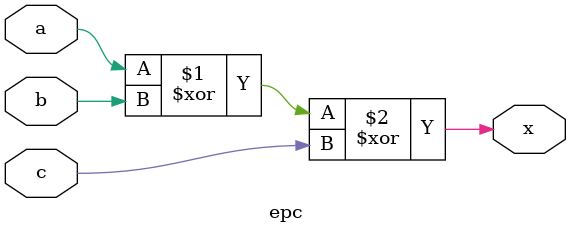
<source format=v>
module epc(input a,b,c,output x);
assign x=(a^b^c);
endmodule

</source>
